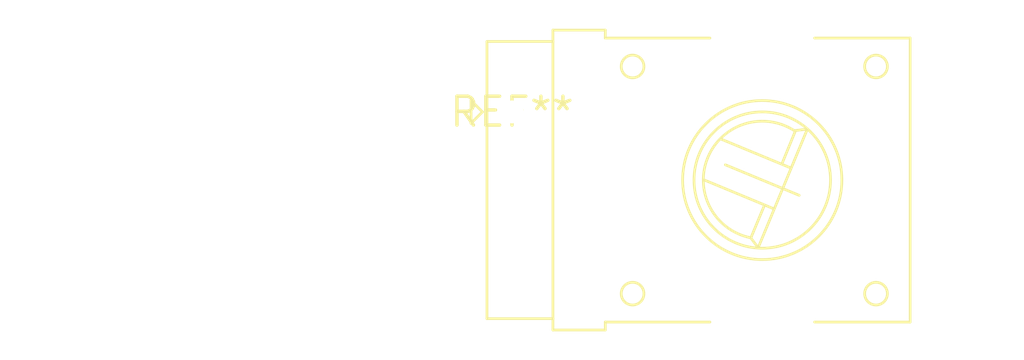
<source format=kicad_pcb>
(kicad_pcb (version 20240108) (generator pcbnew)
  (layers (0 "F.Cu" signal) (31 "B.Cu" signal) (34 "B.Paste" user) (35 "F.Paste" user) (36 "B.SilkS" user "B.Silkscreen") (37 "F.SilkS" user "F.Silkscreen") (38 "B.Mask" user) (39 "F.Mask" user) (44 "Edge.Cuts" user))
  (net 0 "")
  (footprint "Potentiometer_Bourns_PTV112-4_Dual_Vertical" (layer "F.Cu") (at 0 0)
    (property "Reference" "REF**")
    (property "Value" "Potentiometer_Bourns_PTV112-4_Dual_Vertical")
    (fp_line (start -1.8 -0.5) (end -1.8 0.5) (layer "F.SilkS") (stroke (width 0.12)))
    (fp_line (start -1.8 0.5) (end -1.3 0) (layer "F.SilkS") (stroke (width 0.12)))
    (fp_line (start -1.3 0) (end -1.8 -0.5) (layer "F.SilkS") (stroke (width 0.12)))
    (fp_line (start -1.1 -3.09) (end -1.1 9.1) (layer "F.SilkS") (stroke (width 0.12)))
    (fp_line (start 1.8 -3.6) (end 1.8 9.6) (layer "F.SilkS") (stroke (width 0.12)))
    (fp_line (start 1.8 -3.6) (end 4.1 -3.6) (layer "F.SilkS") (stroke (width 0.12)))
    (fp_line (start 1.8 -3.1) (end -1.1 -3.1) (layer "F.SilkS") (stroke (width 0.12)))
    (fp_line (start 1.8 9.1) (end -1.1 9.1) (layer "F.SilkS") (stroke (width 0.12)))
    (fp_line (start 1.8 9.6) (end 4.1 9.6) (layer "F.SilkS") (stroke (width 0.12)))
    (fp_line (start 4.1 -3.25) (end 4.1 -3.6) (layer "F.SilkS") (stroke (width 0.12)))
    (fp_line (start 4.1 9.6) (end 4.1 9.25) (layer "F.SilkS") (stroke (width 0.12)))
    (fp_line (start 8.460001 3) (end 11.52 4.27) (layer "F.SilkS") (stroke (width 0.12)))
    (fp_line (start 8.7 -3.25) (end 4.1 -3.25) (layer "F.SilkS") (stroke (width 0.12)))
    (fp_line (start 8.7 9.25) (end 4.1 9.25) (layer "F.SilkS") (stroke (width 0.12)))
    (fp_line (start 9.203949 1.203949) (end 12.26 2.47) (layer "F.SilkS") (stroke (width 0.12)))
    (fp_line (start 10.492 5.539999) (end 10.82 5.98) (layer "F.SilkS") (stroke (width 0.12)))
    (fp_line (start 10.82 5.98) (end 12.98 0.76) (layer "F.SilkS") (stroke (width 0.12)))
    (fp_line (start 11.0873 4.1288) (end 10.5063 5.5288) (layer "F.SilkS") (stroke (width 0.12)))
    (fp_line (start 11.8636 2.2888) (end 12.458925 0.829434) (layer "F.SilkS") (stroke (width 0.12)))
    (fp_line (start 12.407184 0.825261) (end 12.98 0.76) (layer "F.SilkS") (stroke (width 0.12)))
    (fp_line (start 12.62234 3.671995) (end 9.377661 2.328005) (layer "F.SilkS") (stroke (width 0.12)))
    (fp_line (start 17.5 -3.25) (end 13.3 -3.25) (layer "F.SilkS") (stroke (width 0.12)))
    (fp_line (start 17.5 -3.25) (end 17.5 9.25) (layer "F.SilkS") (stroke (width 0.12)))
    (fp_line (start 17.5 9.25) (end 13.3 9.25) (layer "F.SilkS") (stroke (width 0.12)))
    (fp_arc (start 10.492 5.539999) (mid 8.600141 2.025148) (end 12.407184 0.825261) (layer "F.SilkS") (stroke (width 0.12)))
    (fp_circle (center 5.3 -2) (end 5.3 -1.5) (layer "F.SilkS") (stroke (width 0.12)) (fill none))
    (fp_circle (center 5.3 8) (end 5.3 8.5) (layer "F.SilkS") (stroke (width 0.12)) (fill none))
    (fp_circle (center 11 3) (end 11 6) (layer "F.SilkS") (stroke (width 0.12)) (fill none))
    (fp_circle (center 11 3) (end 11 6.5) (layer "F.SilkS") (stroke (width 0.12)) (fill none))
    (fp_circle (center 16 -2) (end 16 -1.5) (layer "F.SilkS") (stroke (width 0.12)) (fill none))
    (fp_circle (center 16 8) (end 16 8.5) (layer "F.SilkS") (stroke (width 0.12)) (fill none))
    (pad "1" thru_hole rect (at 0 0 270) (size 1.5 1.5) (drill 1) (layers *.Cu *.Mask) (remove_unused_layers))
    (pad "2" thru_hole circle (at 0 -2 270) (size 1.5 1.5) (drill 1) (layers *.Cu *.Mask) (remove_unused_layers))
    (pad "3" thru_hole circle (at 0 8 270) (size 1.5 1.5) (drill 1) (layers *.Cu *.Mask) (remove_unused_layers))
    (pad "4" thru_hole circle (at 0 2 270) (size 1.5 1.5) (drill 1) (layers *.Cu *.Mask) (remove_unused_layers))
    (pad "5" thru_hole circle (at 0 4 270) (size 1.5 1.5) (drill 1) (layers *.Cu *.Mask) (remove_unused_layers))
    (pad "6" thru_hole circle (at 0 6 270) (size 1.5 1.5) (drill 1) (layers *.Cu *.Mask) (remove_unused_layers))
    (pad "SH" thru_hole oval (at 11 -2.8 270) (size 3 3.9) (drill oval 2 2.9) (layers *.Cu *.Mask) (remove_unused_layers))
    (pad "SH" thru_hole oval (at 11 8.8 270) (size 3 3.9) (drill oval 2 2.9) (layers *.Cu *.Mask) (remove_unused_layers))
  )
)
</source>
